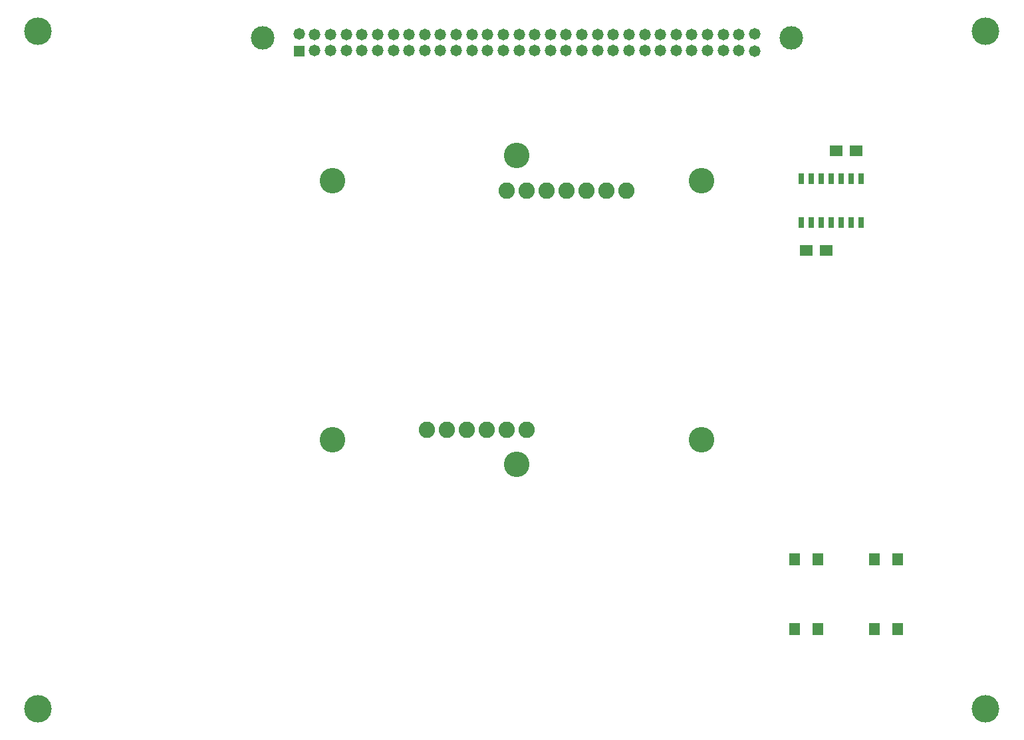
<source format=gts>
G75*
%MOIN*%
%OFA0B0*%
%FSLAX25Y25*%
%IPPOS*%
%LPD*%
%AMOC8*
5,1,8,0,0,1.08239X$1,22.5*
%
%ADD10C,0.08200*%
%ADD11C,0.12800*%
%ADD12R,0.05820X0.05820*%
%ADD13C,0.05820*%
%ADD14C,0.11800*%
%ADD15R,0.05524X0.06312*%
%ADD16C,0.13800*%
%ADD17R,0.03162X0.05524*%
%ADD18R,0.03300X0.05800*%
D10*
X0358333Y0260000D03*
X0368333Y0260000D03*
X0378333Y0260000D03*
X0388333Y0260000D03*
X0398333Y0260000D03*
X0408333Y0260000D03*
X0408333Y0380000D03*
X0398333Y0380000D03*
X0418333Y0380000D03*
X0428333Y0380000D03*
X0438333Y0380000D03*
X0448333Y0380000D03*
X0458333Y0380000D03*
D11*
X0495833Y0385000D03*
X0403333Y0397500D03*
X0310833Y0385000D03*
X0310833Y0255000D03*
X0403333Y0242500D03*
X0495833Y0255000D03*
D12*
X0294160Y0449921D03*
D13*
X0302034Y0450315D03*
X0302034Y0458189D03*
X0309908Y0458189D03*
X0309908Y0450315D03*
X0317782Y0450315D03*
X0317782Y0458189D03*
X0325656Y0458189D03*
X0325656Y0450315D03*
X0333530Y0450315D03*
X0333530Y0458189D03*
X0341404Y0458189D03*
X0341404Y0450315D03*
X0349278Y0450315D03*
X0349278Y0458189D03*
X0357152Y0458189D03*
X0357152Y0450315D03*
X0365026Y0450315D03*
X0365026Y0458189D03*
X0372900Y0458189D03*
X0372900Y0450315D03*
X0380774Y0450315D03*
X0380774Y0458189D03*
X0388648Y0458189D03*
X0388648Y0450315D03*
X0396522Y0450315D03*
X0396522Y0458189D03*
X0404396Y0458189D03*
X0404396Y0450315D03*
X0412270Y0450315D03*
X0412270Y0458189D03*
X0420144Y0458189D03*
X0420144Y0450315D03*
X0428018Y0450315D03*
X0428018Y0458189D03*
X0435892Y0458189D03*
X0435892Y0450315D03*
X0443766Y0450315D03*
X0443766Y0458189D03*
X0451640Y0458189D03*
X0451640Y0450315D03*
X0459514Y0450315D03*
X0459514Y0458189D03*
X0467388Y0458189D03*
X0467388Y0450315D03*
X0475262Y0450315D03*
X0475262Y0458189D03*
X0483136Y0458189D03*
X0483136Y0450315D03*
X0491010Y0450315D03*
X0491010Y0458189D03*
X0498885Y0458189D03*
X0506759Y0458189D03*
X0506759Y0450315D03*
X0498885Y0450315D03*
X0514633Y0450315D03*
X0514633Y0458189D03*
X0522507Y0458583D03*
X0522507Y0449921D03*
X0294160Y0458583D03*
D14*
X0275833Y0456600D03*
X0540833Y0456600D03*
D15*
X0542428Y0195000D03*
X0554239Y0195000D03*
X0582428Y0195000D03*
X0594239Y0195000D03*
X0594239Y0160000D03*
X0582428Y0160000D03*
X0554239Y0160000D03*
X0542428Y0160000D03*
D16*
X0163333Y0120000D03*
X0163333Y0460000D03*
X0638333Y0460000D03*
X0638333Y0120000D03*
D17*
X0575833Y0363976D03*
X0570833Y0363976D03*
X0565833Y0363976D03*
X0560833Y0363976D03*
X0555833Y0363976D03*
X0550833Y0363976D03*
X0545833Y0363976D03*
X0545833Y0386024D03*
X0550833Y0386024D03*
X0555833Y0386024D03*
X0560833Y0386024D03*
X0565833Y0386024D03*
X0570833Y0386024D03*
X0575833Y0386024D03*
D18*
X0574933Y0400000D03*
X0571733Y0400000D03*
X0564933Y0400000D03*
X0561733Y0400000D03*
X0559933Y0350000D03*
X0556733Y0350000D03*
X0549933Y0350000D03*
X0546733Y0350000D03*
M02*

</source>
